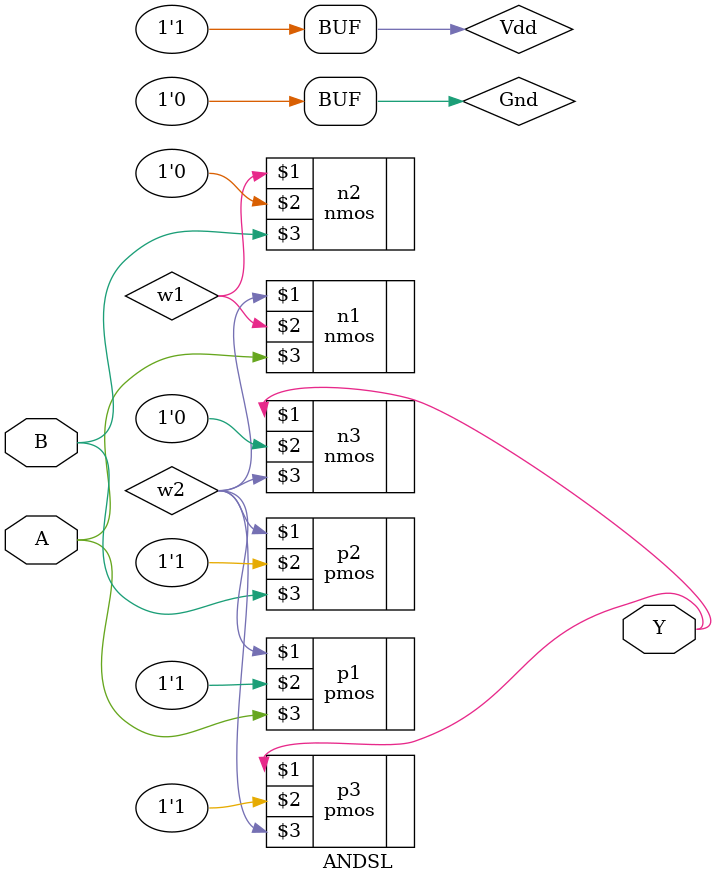
<source format=v>
module ANDSL(A,B,Y);
input A,B;
output Y;
supply1 Vdd;
supply0 Gnd;
wire w1,w2;
pmos p1(w2,Vdd,A);
pmos p2(w2,Vdd,B);
nmos n1(w2,w1,A);
nmos n2(w1,Gnd,B);
pmos p3(Y,Vdd,w2);
nmos n3(Y,Gnd,w2);
endmodule

</source>
